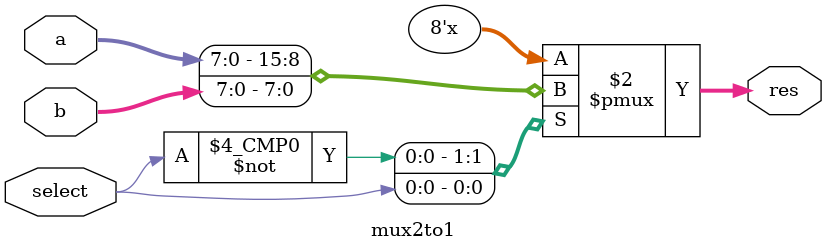
<source format=v>
`timescale 1ns / 1ps


module mux2to1(
    input [7:0] a,
    input [7:0] b,
    input select,
    output reg [7:0] res
    );

    always @ (a, b, select)
        begin
            case (select)
                1'b0: res <= a;
                1'b1: res <= b;
                default: res <= 'bxxxxxxxx;
            endcase
        end
endmodule

</source>
